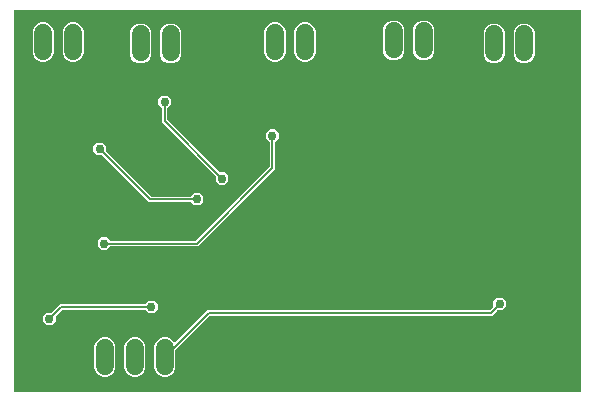
<source format=gbr>
G04 EAGLE Gerber RS-274X export*
G75*
%MOMM*%
%FSLAX34Y34*%
%LPD*%
%INBottom Copper*%
%IPPOS*%
%AMOC8*
5,1,8,0,0,1.08239X$1,22.5*%
G01*
%ADD10C,1.524000*%
%ADD11C,0.756400*%
%ADD12C,0.152400*%

G36*
X489098Y15164D02*
X489098Y15164D01*
X489117Y15162D01*
X489219Y15184D01*
X489321Y15200D01*
X489338Y15210D01*
X489358Y15214D01*
X489447Y15267D01*
X489538Y15316D01*
X489552Y15330D01*
X489569Y15340D01*
X489636Y15419D01*
X489708Y15494D01*
X489716Y15512D01*
X489729Y15527D01*
X489768Y15623D01*
X489811Y15717D01*
X489813Y15737D01*
X489821Y15755D01*
X489839Y15922D01*
X489839Y338378D01*
X489836Y338398D01*
X489838Y338417D01*
X489816Y338519D01*
X489800Y338621D01*
X489790Y338638D01*
X489786Y338658D01*
X489733Y338747D01*
X489684Y338838D01*
X489670Y338852D01*
X489660Y338869D01*
X489581Y338936D01*
X489506Y339008D01*
X489488Y339016D01*
X489473Y339029D01*
X489377Y339068D01*
X489283Y339111D01*
X489263Y339113D01*
X489245Y339121D01*
X489078Y339139D01*
X10922Y339139D01*
X10902Y339136D01*
X10883Y339138D01*
X10781Y339116D01*
X10679Y339100D01*
X10662Y339090D01*
X10642Y339086D01*
X10553Y339033D01*
X10462Y338984D01*
X10448Y338970D01*
X10431Y338960D01*
X10364Y338881D01*
X10292Y338806D01*
X10284Y338788D01*
X10271Y338773D01*
X10232Y338677D01*
X10189Y338583D01*
X10187Y338563D01*
X10179Y338545D01*
X10161Y338378D01*
X10161Y15922D01*
X10164Y15902D01*
X10162Y15883D01*
X10184Y15781D01*
X10200Y15679D01*
X10210Y15662D01*
X10214Y15642D01*
X10267Y15553D01*
X10316Y15462D01*
X10330Y15448D01*
X10340Y15431D01*
X10419Y15364D01*
X10494Y15292D01*
X10512Y15284D01*
X10527Y15271D01*
X10623Y15232D01*
X10717Y15189D01*
X10737Y15187D01*
X10755Y15179D01*
X10922Y15161D01*
X489078Y15161D01*
X489098Y15164D01*
G37*
%LPC*%
G36*
X135781Y28635D02*
X135781Y28635D01*
X132420Y30027D01*
X129847Y32600D01*
X128455Y35961D01*
X128455Y54839D01*
X129847Y58200D01*
X132420Y60773D01*
X135781Y62165D01*
X139419Y62165D01*
X142780Y60773D01*
X145353Y58200D01*
X145448Y57970D01*
X145472Y57931D01*
X145488Y57888D01*
X145536Y57827D01*
X145577Y57761D01*
X145613Y57732D01*
X145641Y57696D01*
X145707Y57654D01*
X145767Y57604D01*
X145810Y57588D01*
X145848Y57563D01*
X145924Y57544D01*
X145996Y57516D01*
X146042Y57514D01*
X146087Y57503D01*
X146164Y57509D01*
X146242Y57506D01*
X146286Y57519D01*
X146332Y57522D01*
X146404Y57553D01*
X146478Y57574D01*
X146516Y57600D01*
X146558Y57618D01*
X146665Y57704D01*
X146680Y57715D01*
X146683Y57719D01*
X146689Y57723D01*
X173753Y84787D01*
X412487Y84787D01*
X412578Y84801D01*
X412668Y84809D01*
X412698Y84821D01*
X412730Y84826D01*
X412811Y84869D01*
X412895Y84905D01*
X412927Y84931D01*
X412948Y84942D01*
X412970Y84965D01*
X413026Y85010D01*
X415720Y87704D01*
X415762Y87763D01*
X415810Y87813D01*
X415818Y87830D01*
X415833Y87848D01*
X415845Y87878D01*
X415864Y87904D01*
X415887Y87979D01*
X415913Y88036D01*
X415915Y88052D01*
X415925Y88076D01*
X415929Y88117D01*
X415936Y88139D01*
X415935Y88171D01*
X415943Y88243D01*
X415943Y92198D01*
X419052Y95307D01*
X423448Y95307D01*
X426557Y92198D01*
X426557Y87802D01*
X423448Y84693D01*
X419493Y84693D01*
X419402Y84679D01*
X419312Y84671D01*
X419282Y84659D01*
X419250Y84654D01*
X419169Y84611D01*
X419085Y84575D01*
X419053Y84549D01*
X419032Y84538D01*
X419010Y84515D01*
X418954Y84470D01*
X414697Y80213D01*
X175963Y80213D01*
X175872Y80199D01*
X175782Y80191D01*
X175752Y80179D01*
X175720Y80174D01*
X175639Y80131D01*
X175555Y80095D01*
X175523Y80069D01*
X175502Y80058D01*
X175480Y80035D01*
X175424Y79990D01*
X146968Y51534D01*
X146915Y51460D01*
X146855Y51390D01*
X146843Y51360D01*
X146824Y51334D01*
X146797Y51247D01*
X146763Y51162D01*
X146759Y51121D01*
X146752Y51099D01*
X146753Y51067D01*
X146745Y50995D01*
X146745Y35961D01*
X145353Y32600D01*
X142780Y30027D01*
X139419Y28635D01*
X135781Y28635D01*
G37*
%LPD*%
%LPC*%
G36*
X84052Y135943D02*
X84052Y135943D01*
X80943Y139052D01*
X80943Y143448D01*
X84052Y146557D01*
X88448Y146557D01*
X91245Y143760D01*
X91319Y143707D01*
X91389Y143647D01*
X91419Y143635D01*
X91445Y143616D01*
X91532Y143589D01*
X91617Y143555D01*
X91658Y143551D01*
X91680Y143544D01*
X91712Y143545D01*
X91783Y143537D01*
X163737Y143537D01*
X163828Y143551D01*
X163918Y143559D01*
X163948Y143571D01*
X163980Y143576D01*
X164061Y143619D01*
X164145Y143655D01*
X164177Y143681D01*
X164198Y143692D01*
X164220Y143715D01*
X164276Y143760D01*
X226240Y205724D01*
X226287Y205789D01*
X226303Y205806D01*
X226307Y205814D01*
X226353Y205868D01*
X226365Y205898D01*
X226384Y205924D01*
X226411Y206011D01*
X226445Y206096D01*
X226449Y206137D01*
X226456Y206159D01*
X226455Y206191D01*
X226463Y206263D01*
X226463Y226967D01*
X226449Y227057D01*
X226441Y227148D01*
X226429Y227177D01*
X226424Y227209D01*
X226381Y227290D01*
X226345Y227374D01*
X226319Y227406D01*
X226308Y227427D01*
X226285Y227449D01*
X226240Y227505D01*
X223443Y230302D01*
X223443Y234698D01*
X226552Y237807D01*
X230948Y237807D01*
X234057Y234698D01*
X234057Y230302D01*
X231260Y227505D01*
X231207Y227431D01*
X231147Y227361D01*
X231135Y227331D01*
X231116Y227305D01*
X231089Y227218D01*
X231055Y227133D01*
X231051Y227092D01*
X231044Y227070D01*
X231045Y227038D01*
X231037Y226967D01*
X231037Y204053D01*
X165947Y138963D01*
X91783Y138963D01*
X91693Y138949D01*
X91602Y138941D01*
X91573Y138929D01*
X91541Y138924D01*
X91460Y138881D01*
X91376Y138845D01*
X91344Y138819D01*
X91323Y138808D01*
X91301Y138785D01*
X91245Y138740D01*
X88448Y135943D01*
X84052Y135943D01*
G37*
%LPD*%
%LPC*%
G36*
X162802Y173443D02*
X162802Y173443D01*
X160005Y176240D01*
X159931Y176293D01*
X159861Y176353D01*
X159831Y176365D01*
X159805Y176384D01*
X159718Y176411D01*
X159633Y176445D01*
X159592Y176449D01*
X159570Y176456D01*
X159538Y176455D01*
X159467Y176463D01*
X124053Y176463D01*
X84796Y215720D01*
X84722Y215773D01*
X84652Y215833D01*
X84622Y215845D01*
X84596Y215864D01*
X84509Y215891D01*
X84424Y215925D01*
X84383Y215929D01*
X84361Y215936D01*
X84329Y215935D01*
X84257Y215943D01*
X80302Y215943D01*
X77193Y219052D01*
X77193Y223448D01*
X80302Y226557D01*
X84698Y226557D01*
X87807Y223448D01*
X87807Y219493D01*
X87821Y219402D01*
X87829Y219312D01*
X87841Y219282D01*
X87846Y219250D01*
X87889Y219169D01*
X87925Y219085D01*
X87951Y219053D01*
X87962Y219032D01*
X87985Y219010D01*
X88030Y218954D01*
X125724Y181260D01*
X125798Y181207D01*
X125868Y181147D01*
X125898Y181135D01*
X125924Y181116D01*
X126011Y181089D01*
X126096Y181055D01*
X126137Y181051D01*
X126159Y181044D01*
X126191Y181045D01*
X126263Y181037D01*
X159467Y181037D01*
X159557Y181051D01*
X159648Y181059D01*
X159677Y181071D01*
X159709Y181076D01*
X159790Y181119D01*
X159874Y181155D01*
X159906Y181181D01*
X159927Y181192D01*
X159949Y181215D01*
X160005Y181260D01*
X162802Y184057D01*
X167198Y184057D01*
X170307Y180948D01*
X170307Y176552D01*
X167198Y173443D01*
X162802Y173443D01*
G37*
%LPD*%
%LPC*%
G36*
X37802Y72193D02*
X37802Y72193D01*
X34693Y75302D01*
X34693Y79698D01*
X37802Y82807D01*
X41757Y82807D01*
X41848Y82821D01*
X41938Y82829D01*
X41968Y82841D01*
X42000Y82846D01*
X42081Y82889D01*
X42165Y82925D01*
X42197Y82951D01*
X42218Y82962D01*
X42240Y82985D01*
X42296Y83030D01*
X49053Y89787D01*
X120717Y89787D01*
X120807Y89801D01*
X120898Y89809D01*
X120927Y89821D01*
X120959Y89826D01*
X121040Y89869D01*
X121124Y89905D01*
X121156Y89931D01*
X121177Y89942D01*
X121199Y89965D01*
X121255Y90010D01*
X124052Y92807D01*
X128448Y92807D01*
X131557Y89698D01*
X131557Y85302D01*
X128448Y82193D01*
X124052Y82193D01*
X121255Y84990D01*
X121181Y85043D01*
X121111Y85103D01*
X121081Y85115D01*
X121055Y85134D01*
X120968Y85161D01*
X120883Y85195D01*
X120842Y85199D01*
X120820Y85206D01*
X120788Y85205D01*
X120717Y85213D01*
X51263Y85213D01*
X51172Y85199D01*
X51082Y85191D01*
X51052Y85179D01*
X51020Y85174D01*
X50939Y85131D01*
X50855Y85095D01*
X50823Y85069D01*
X50802Y85058D01*
X50787Y85042D01*
X50785Y85041D01*
X50777Y85032D01*
X50724Y84990D01*
X45530Y79796D01*
X45477Y79722D01*
X45417Y79652D01*
X45405Y79622D01*
X45386Y79596D01*
X45359Y79509D01*
X45325Y79424D01*
X45321Y79383D01*
X45314Y79361D01*
X45315Y79329D01*
X45307Y79257D01*
X45307Y75302D01*
X42198Y72193D01*
X37802Y72193D01*
G37*
%LPD*%
%LPC*%
G36*
X58431Y294985D02*
X58431Y294985D01*
X55070Y296377D01*
X52497Y298950D01*
X51105Y302311D01*
X51105Y321189D01*
X52497Y324550D01*
X55070Y327123D01*
X58431Y328515D01*
X62069Y328515D01*
X65430Y327123D01*
X68003Y324550D01*
X69395Y321189D01*
X69395Y302311D01*
X68003Y298950D01*
X65430Y296377D01*
X62069Y294985D01*
X58431Y294985D01*
G37*
%LPD*%
%LPC*%
G36*
X33031Y294985D02*
X33031Y294985D01*
X29670Y296377D01*
X27097Y298950D01*
X25705Y302311D01*
X25705Y321189D01*
X27097Y324550D01*
X29670Y327123D01*
X33031Y328515D01*
X36669Y328515D01*
X40030Y327123D01*
X42603Y324550D01*
X43995Y321189D01*
X43995Y302311D01*
X42603Y298950D01*
X40030Y296377D01*
X36669Y294985D01*
X33031Y294985D01*
G37*
%LPD*%
%LPC*%
G36*
X440281Y293885D02*
X440281Y293885D01*
X436920Y295277D01*
X434347Y297850D01*
X432955Y301211D01*
X432955Y320089D01*
X434347Y323450D01*
X436920Y326023D01*
X440281Y327415D01*
X443919Y327415D01*
X447280Y326023D01*
X449853Y323450D01*
X451245Y320089D01*
X451245Y301211D01*
X449853Y297850D01*
X447280Y295277D01*
X443919Y293885D01*
X440281Y293885D01*
G37*
%LPD*%
%LPC*%
G36*
X414881Y293885D02*
X414881Y293885D01*
X411520Y295277D01*
X408947Y297850D01*
X407555Y301211D01*
X407555Y320089D01*
X408947Y323450D01*
X411520Y326023D01*
X414881Y327415D01*
X418519Y327415D01*
X421880Y326023D01*
X424453Y323450D01*
X425845Y320089D01*
X425845Y301211D01*
X424453Y297850D01*
X421880Y295277D01*
X418519Y293885D01*
X414881Y293885D01*
G37*
%LPD*%
%LPC*%
G36*
X140781Y293885D02*
X140781Y293885D01*
X137420Y295277D01*
X134847Y297850D01*
X133455Y301211D01*
X133455Y320089D01*
X134847Y323450D01*
X137420Y326023D01*
X140781Y327415D01*
X144419Y327415D01*
X147780Y326023D01*
X150353Y323450D01*
X151745Y320089D01*
X151745Y301211D01*
X150353Y297850D01*
X147780Y295277D01*
X144419Y293885D01*
X140781Y293885D01*
G37*
%LPD*%
%LPC*%
G36*
X115381Y293885D02*
X115381Y293885D01*
X112020Y295277D01*
X109447Y297850D01*
X108055Y301211D01*
X108055Y320089D01*
X109447Y323450D01*
X112020Y326023D01*
X115381Y327415D01*
X119019Y327415D01*
X122380Y326023D01*
X124953Y323450D01*
X126345Y320089D01*
X126345Y301211D01*
X124953Y297850D01*
X122380Y295277D01*
X119019Y293885D01*
X115381Y293885D01*
G37*
%LPD*%
%LPC*%
G36*
X84981Y28635D02*
X84981Y28635D01*
X81620Y30027D01*
X79047Y32600D01*
X77655Y35961D01*
X77655Y54839D01*
X79047Y58200D01*
X81620Y60773D01*
X84981Y62165D01*
X88619Y62165D01*
X91980Y60773D01*
X94553Y58200D01*
X95945Y54839D01*
X95945Y35961D01*
X94553Y32600D01*
X91980Y30027D01*
X88619Y28635D01*
X84981Y28635D01*
G37*
%LPD*%
%LPC*%
G36*
X229381Y295135D02*
X229381Y295135D01*
X226020Y296527D01*
X223447Y299100D01*
X222055Y302461D01*
X222055Y321339D01*
X223447Y324700D01*
X226020Y327273D01*
X229381Y328665D01*
X233019Y328665D01*
X236380Y327273D01*
X238953Y324700D01*
X240345Y321339D01*
X240345Y302461D01*
X238953Y299100D01*
X236380Y296527D01*
X233019Y295135D01*
X229381Y295135D01*
G37*
%LPD*%
%LPC*%
G36*
X254781Y295135D02*
X254781Y295135D01*
X251420Y296527D01*
X248847Y299100D01*
X247455Y302461D01*
X247455Y321339D01*
X248847Y324700D01*
X251420Y327273D01*
X254781Y328665D01*
X258419Y328665D01*
X261780Y327273D01*
X264353Y324700D01*
X265745Y321339D01*
X265745Y302461D01*
X264353Y299100D01*
X261780Y296527D01*
X258419Y295135D01*
X254781Y295135D01*
G37*
%LPD*%
%LPC*%
G36*
X329631Y296385D02*
X329631Y296385D01*
X326270Y297777D01*
X323697Y300350D01*
X322305Y303711D01*
X322305Y322589D01*
X323697Y325950D01*
X326270Y328523D01*
X329631Y329915D01*
X333269Y329915D01*
X336630Y328523D01*
X339203Y325950D01*
X340595Y322589D01*
X340595Y303711D01*
X339203Y300350D01*
X336630Y297777D01*
X333269Y296385D01*
X329631Y296385D01*
G37*
%LPD*%
%LPC*%
G36*
X355031Y296385D02*
X355031Y296385D01*
X351670Y297777D01*
X349097Y300350D01*
X347705Y303711D01*
X347705Y322589D01*
X349097Y325950D01*
X351670Y328523D01*
X355031Y329915D01*
X358669Y329915D01*
X362030Y328523D01*
X364603Y325950D01*
X365995Y322589D01*
X365995Y303711D01*
X364603Y300350D01*
X362030Y297777D01*
X358669Y296385D01*
X355031Y296385D01*
G37*
%LPD*%
%LPC*%
G36*
X110381Y28635D02*
X110381Y28635D01*
X107020Y30027D01*
X104447Y32600D01*
X103055Y35961D01*
X103055Y54839D01*
X104447Y58200D01*
X107020Y60773D01*
X110381Y62165D01*
X114019Y62165D01*
X117380Y60773D01*
X119953Y58200D01*
X121345Y54839D01*
X121345Y35961D01*
X119953Y32600D01*
X117380Y30027D01*
X114019Y28635D01*
X110381Y28635D01*
G37*
%LPD*%
%LPC*%
G36*
X184052Y190943D02*
X184052Y190943D01*
X180943Y194052D01*
X180943Y198007D01*
X180929Y198098D01*
X180921Y198188D01*
X180909Y198218D01*
X180904Y198250D01*
X180861Y198331D01*
X180825Y198415D01*
X180799Y198447D01*
X180788Y198468D01*
X180765Y198490D01*
X180720Y198546D01*
X135213Y244053D01*
X135213Y255717D01*
X135210Y255736D01*
X135212Y255755D01*
X135197Y255825D01*
X135191Y255898D01*
X135179Y255927D01*
X135174Y255959D01*
X135164Y255977D01*
X135160Y255996D01*
X135124Y256055D01*
X135095Y256124D01*
X135069Y256156D01*
X135058Y256177D01*
X135043Y256191D01*
X135034Y256207D01*
X135018Y256220D01*
X134990Y256255D01*
X132193Y259052D01*
X132193Y263448D01*
X135302Y266557D01*
X139698Y266557D01*
X142807Y263448D01*
X142807Y259052D01*
X140010Y256255D01*
X139965Y256193D01*
X139918Y256144D01*
X139911Y256128D01*
X139897Y256111D01*
X139885Y256081D01*
X139866Y256055D01*
X139844Y255984D01*
X139815Y255921D01*
X139813Y255902D01*
X139805Y255883D01*
X139801Y255842D01*
X139794Y255820D01*
X139795Y255788D01*
X139787Y255717D01*
X139787Y246263D01*
X139801Y246172D01*
X139809Y246082D01*
X139821Y246052D01*
X139826Y246020D01*
X139869Y245939D01*
X139905Y245855D01*
X139931Y245823D01*
X139942Y245802D01*
X139965Y245780D01*
X140010Y245724D01*
X183954Y201780D01*
X184028Y201727D01*
X184098Y201667D01*
X184128Y201655D01*
X184154Y201636D01*
X184241Y201609D01*
X184326Y201575D01*
X184367Y201571D01*
X184389Y201564D01*
X184421Y201565D01*
X184493Y201557D01*
X188448Y201557D01*
X191557Y198448D01*
X191557Y194052D01*
X188448Y190943D01*
X184052Y190943D01*
G37*
%LPD*%
D10*
X60250Y319370D02*
X60250Y304130D01*
X34850Y304130D02*
X34850Y319370D01*
X142600Y318270D02*
X142600Y303030D01*
X117200Y303030D02*
X117200Y318270D01*
X256600Y319520D02*
X256600Y304280D01*
X231200Y304280D02*
X231200Y319520D01*
X356850Y320770D02*
X356850Y305530D01*
X331450Y305530D02*
X331450Y320770D01*
X442100Y318270D02*
X442100Y303030D01*
X416700Y303030D02*
X416700Y318270D01*
X137600Y53020D02*
X137600Y37780D01*
X112200Y37780D02*
X112200Y53020D01*
X86800Y53020D02*
X86800Y37780D01*
D11*
X86250Y141250D03*
D12*
X165000Y141250D01*
X228750Y205000D01*
X228750Y232500D01*
D11*
X228750Y232500D03*
X40000Y77500D03*
D12*
X50000Y87500D01*
X126250Y87500D01*
D11*
X126250Y87500D03*
X372500Y40000D03*
X421250Y90000D03*
D12*
X413750Y82500D01*
X174700Y82500D01*
X137600Y45400D01*
D11*
X137500Y261250D03*
D12*
X137500Y245000D01*
X186250Y196250D01*
D11*
X186250Y196250D03*
X82500Y221250D03*
D12*
X125000Y178750D01*
X165000Y178750D01*
D11*
X165000Y178750D03*
M02*

</source>
